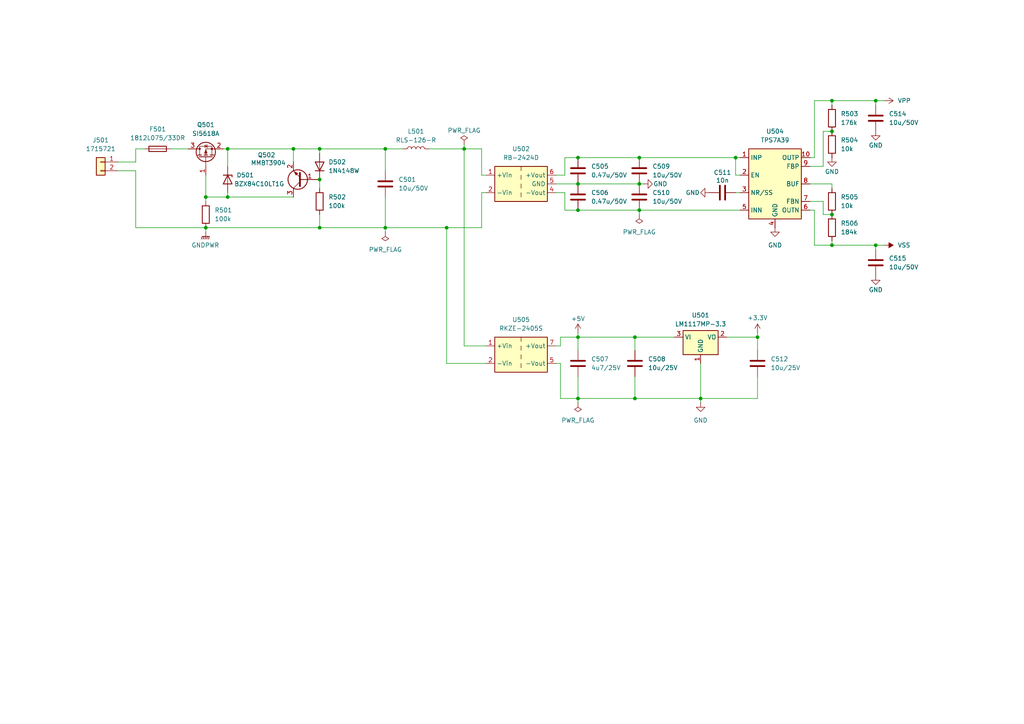
<source format=kicad_sch>
(kicad_sch (version 20231120) (generator "eeschema") (generator_version "8.0")
  (paper "A4")
  (lib_symbols
    (symbol "Connector_Generic:Conn_01x02" (pin_names (offset 1.016) hide)
      (property "Reference" "J" (at 0 2.54 0))
      (property "Value" "Conn_01x02" (at 0 -5.08 0))
      (symbol "Conn_01x02_1_1"
        (rectangle (start -1.27 -2.413) (end 0 -2.667) (stroke (width 0.1524)))
        (rectangle (start -1.27 0.127) (end 0 -0.127) (stroke (width 0.1524)))
        (rectangle (start -1.27 1.27) (end 1.27 -3.81) (stroke (width 0.254)) (fill (type background)))
        (pin passive line (at -5.08 0 0) (length 3.81) (name "Pin_1") (number "1"))
        (pin passive line (at -5.08 -2.54 0) (length 3.81) (name "Pin_2") (number "2"))
      )
    )
    (symbol "Device:C" (pin_numbers hide) (pin_names (offset 0.254))
      (property "Reference" "C" (at 0.635 2.54 0))
      (property "Value" "C" (at 0.635 -2.54 0))
      (symbol "C_0_1"
        (polyline (pts (xy -2.032 -0.762) (xy 2.032 -0.762)) (stroke (width 0.508)))
        (polyline (pts (xy -2.032 0.762) (xy 2.032 0.762)) (stroke (width 0.508)))
      )
      (symbol "C_1_1"
        (pin passive line (at 0 3.81 270) (length 2.794) (name "~") (number "1"))
        (pin passive line (at 0 -3.81 90) (length 2.794) (name "~") (number "2"))
      )
    )
    (symbol "Device:Fuse" (pin_numbers hide) (pin_names (offset 0))
      (property "Reference" "F" (at 2.032 0 90))
      (property "Value" "Fuse" (at -1.905 0 90))
      (symbol "Fuse_0_1"
        (rectangle (start -0.762 -2.54) (end 0.762 2.54) (stroke (width 0.254)))
        (polyline (pts (xy 0 2.54) (xy 0 -2.54)))
      )
      (symbol "Fuse_1_1"
        (pin passive line (at 0 3.81 270) (length 1.27) (name "~") (number "1"))
        (pin passive line (at 0 -3.81 90) (length 1.27) (name "~") (number "2"))
      )
    )
    (symbol "Device:L" (pin_numbers hide) (pin_names (offset 1.016) hide)
      (property "Reference" "L" (at -1.27 0 90))
      (property "Value" "L" (at 1.905 0 90))
      (symbol "L_0_1"
        (arc (start 0 -2.54) (mid 0.6323 -1.905) (end 0 -1.27))
        (arc (start 0 -1.27) (mid 0.6323 -0.635) (end 0 0))
        (arc (start 0 0) (mid 0.6323 0.635) (end 0 1.27))
        (arc (start 0 1.27) (mid 0.6323 1.905) (end 0 2.54))
      )
      (symbol "L_1_1"
        (pin passive line (at 0 3.81 270) (length 1.27) (name "1") (number "1"))
        (pin passive line (at 0 -3.81 90) (length 1.27) (name "2") (number "2"))
      )
    )
    (symbol "Device:Q_PMOS_GSD" (pin_names (offset 0) hide)
      (property "Reference" "Q" (at 5.08 1.27 0))
      (property "Value" "Q_PMOS_GSD" (at 5.08 -1.27 0))
      (symbol "Q_PMOS_GSD_0_1"
        (polyline (pts (xy 0.254 0) (xy -2.54 0)))
        (polyline (pts (xy 0.254 1.905) (xy 0.254 -1.905)) (stroke (width 0.254)))
        (polyline (pts (xy 0.762 -1.27) (xy 0.762 -2.286)) (stroke (width 0.254)))
        (polyline (pts (xy 0.762 0.508) (xy 0.762 -0.508)) (stroke (width 0.254)))
        (polyline (pts (xy 0.762 2.286) (xy 0.762 1.27)) (stroke (width 0.254)))
        (polyline (pts (xy 2.54 2.54) (xy 2.54 1.778)))
        (polyline (pts (xy 2.54 -2.54) (xy 2.54 0) (xy 0.762 0)))
        (polyline (pts (xy 0.762 1.778) (xy 3.302 1.778) (xy 3.302 -1.778) (xy 0.762 -1.778)))
        (polyline (pts (xy 2.286 0) (xy 1.27 0.381) (xy 1.27 -0.381) (xy 2.286 0)) (fill (type outline)))
        (polyline (pts (xy 2.794 -0.508) (xy 2.921 -0.381) (xy 3.683 -0.381) (xy 3.81 -0.254)))
        (polyline (pts (xy 3.302 -0.381) (xy 2.921 0.254) (xy 3.683 0.254) (xy 3.302 -0.381)))
        (circle (center 1.651 0) (radius 2.794) (stroke (width 0.254)))
        (circle (center 2.54 -1.778) (radius 0.254) (fill (type outline)))
        (circle (center 2.54 1.778) (radius 0.254) (fill (type outline)))
      )
      (symbol "Q_PMOS_GSD_1_1"
        (pin input line (at -5.08 0 0) (length 2.54) (name "G") (number "1"))
        (pin passive line (at 2.54 -5.08 90) (length 2.54) (name "S") (number "2"))
        (pin passive line (at 2.54 5.08 270) (length 2.54) (name "D") (number "3"))
      )
    )
    (symbol "Device:R" (pin_numbers hide) (pin_names (offset 0))
      (property "Reference" "R" (at 2.032 0 90))
      (property "Value" "R" (at 0 0 90))
      (symbol "R_0_1"
        (rectangle (start -1.016 -2.54) (end 1.016 2.54) (stroke (width 0.254)))
      )
      (symbol "R_1_1"
        (pin passive line (at 0 3.81 270) (length 1.27) (name "~") (number "1"))
        (pin passive line (at 0 -3.81 90) (length 1.27) (name "~") (number "2"))
      )
    )
    (symbol "Diode:1N4148W" (pin_numbers hide) (pin_names hide)
      (property "Reference" "D" (at 0 2.54 0))
      (property "Value" "1N4148W" (at 0 -2.54 0))
      (symbol "1N4148W_0_1"
        (polyline (pts (xy -1.27 1.27) (xy -1.27 -1.27)) (stroke (width 0.254)))
        (polyline (pts (xy 1.27 0) (xy -1.27 0)))
        (polyline (pts (xy 1.27 1.27) (xy 1.27 -1.27) (xy -1.27 0) (xy 1.27 1.27)) (stroke (width 0.254)))
      )
      (symbol "1N4148W_1_1"
        (pin passive line (at -3.81 0 0) (length 2.54) (name "K") (number "1"))
        (pin passive line (at 3.81 0 180) (length 2.54) (name "A") (number "2"))
      )
    )
    (symbol "Diode:BZX84Cxx" (pin_numbers hide) (pin_names hide)
      (property "Reference" "D" (at 0 3.81 0))
      (property "Value" "BZX84Cxx" (at 0 -3.81 0))
      (symbol "BZX84Cxx_0_1"
        (polyline (pts (xy 1.27 0) (xy -1.27 0)))
        (polyline (pts (xy -1.27 -1.27) (xy -1.27 1.27) (xy -0.762 1.27)) (stroke (width 0.254)))
        (polyline (pts (xy 1.27 -1.27) (xy 1.27 1.27) (xy -1.27 0) (xy 1.27 -1.27)) (stroke (width 0.254)))
      )
      (symbol "BZX84Cxx_1_1"
        (pin passive line (at 3.81 0 180) (length 2.54) (name "A") (number "1"))
        (pin no_connect line (at 1.27 0 180) (length 2.54) hide (name "NC") (number "2"))
        (pin passive line (at -3.81 0 0) (length 2.54) (name "K") (number "3"))
      )
    )
    (symbol "ETH16CDAQ1:RB-2424D"
      (property "Reference" "U" (at -7.62 6.35 0))
      (property "Value" "RB-2424D" (at -3.81 6.35 0))
      (symbol "RB-2424D_0_1"
        (rectangle (start -7.62 5.08) (end 7.62 -5.08) (stroke (width 0.254)) (fill (type background)))
        (polyline (pts (xy 0 -2.54) (xy 0 -3.81)))
        (polyline (pts (xy 0 0) (xy 0 -1.27)))
        (polyline (pts (xy 0 2.54) (xy 0 1.27)))
        (polyline (pts (xy 0 5.08) (xy 0 3.81)))
      )
      (symbol "RB-2424D_1_1"
        (pin power_in line (at -10.16 2.54 0) (length 2.54) (name "+Vin") (number "1"))
        (pin power_in line (at -10.16 -2.54 0) (length 2.54) (name "-Vin") (number "2"))
        (pin passive line (at 10.16 -2.54 180) (length 2.54) (name "-Vout") (number "4"))
        (pin passive line (at 10.16 0 180) (length 2.54) (name "GND") (number "5"))
        (pin power_out line (at 10.16 2.54 180) (length 2.54) (name "+Vout") (number "6"))
      )
    )
    (symbol "ETH16CDAQ1:RKZE-2405S"
      (property "Reference" "U" (at -7.62 6.35 0))
      (property "Value" "RKZE-2405S" (at -3.81 6.35 0))
      (symbol "RKZE-2405S_0_1"
        (rectangle (start -7.62 5.08) (end 7.62 -5.08) (stroke (width 0.254)) (fill (type background)))
        (polyline (pts (xy 0 -2.54) (xy 0 -3.81)))
        (polyline (pts (xy 0 0) (xy 0 -1.27)))
        (polyline (pts (xy 0 2.54) (xy 0 1.27)))
        (polyline (pts (xy 0 5.08) (xy 0 3.81)))
      )
      (symbol "RKZE-2405S_1_1"
        (pin power_in line (at -10.16 2.54 0) (length 2.54) (name "+Vin") (number "1"))
        (pin power_in line (at -10.16 -2.54 0) (length 2.54) (name "-Vin") (number "2"))
        (pin passive line (at 10.16 -2.54 180) (length 2.54) (name "-Vout") (number "5"))
        (pin power_out line (at 10.16 2.54 180) (length 2.54) (name "+Vout") (number "7"))
      )
    )
    (symbol "Regulator_Linear:LM1117MP-3.3"
      (property "Reference" "U" (at -3.81 3.175 0))
      (property "Value" "LM1117MP-3.3" (at 0 3.175 0))
      (symbol "LM1117MP-3.3_0_1"
        (rectangle (start -5.08 -5.08) (end 5.08 1.905) (stroke (width 0.254)) (fill (type background)))
      )
      (symbol "LM1117MP-3.3_1_1"
        (pin power_in line (at 0 -7.62 90) (length 2.54) (name "GND") (number "1"))
        (pin power_out line (at 7.62 0 180) (length 2.54) (name "VO") (number "2"))
        (pin power_in line (at -7.62 0 0) (length 2.54) (name "VI") (number "3"))
      )
    )
    (symbol "Regulator_Linear:TPS7A39"
      (property "Reference" "U" (at 0 13.97 0))
      (property "Value" "TPS7A39" (at 0 11.43 0))
      (symbol "TPS7A39_1_1"
        (rectangle (start -7.62 10.16) (end 7.62 -10.16) (stroke (width 0.254)) (fill (type background)))
        (pin power_in line (at -10.16 7.62 0) (length 2.54) (name "INP") (number "1"))
        (pin power_out line (at 10.16 7.62 180) (length 2.54) (name "OUTP") (number "10"))
        (pin passive line (at 0 -12.7 90) (length 2.54) hide (name "GND") (number "11"))
        (pin input line (at -10.16 2.54 0) (length 2.54) (name "EN") (number "2"))
        (pin passive line (at -10.16 -2.54 0) (length 2.54) (name "NR/SS") (number "3"))
        (pin power_in line (at 0 -12.7 90) (length 2.54) (name "GND") (number "4"))
        (pin power_in line (at -10.16 -7.62 0) (length 2.54) (name "INN") (number "5"))
        (pin power_out line (at 10.16 -7.62 180) (length 2.54) (name "OUTN") (number "6"))
        (pin input line (at 10.16 -5.08 180) (length 2.54) (name "FBN") (number "7"))
        (pin output line (at 10.16 0 180) (length 2.54) (name "BUF") (number "8"))
        (pin input line (at 10.16 5.08 180) (length 2.54) (name "FBP") (number "9"))
      )
    )
    (symbol "Transistor_BJT:MMBT3904" (pin_names (offset 0) hide)
      (property "Reference" "Q" (at 5.08 1.905 0))
      (property "Value" "MMBT3904" (at 5.08 0 0))
      (symbol "MMBT3904_0_1"
        (polyline (pts (xy 0.635 0.635) (xy 2.54 2.54)))
        (polyline (pts (xy 0.635 -0.635) (xy 2.54 -2.54) (xy 2.54 -2.54)))
        (polyline (pts (xy 0.635 1.905) (xy 0.635 -1.905) (xy 0.635 -1.905)) (stroke (width 0.508)))
        (polyline (pts (xy 1.27 -1.778) (xy 1.778 -1.27) (xy 2.286 -2.286) (xy 1.27 -1.778) (xy 1.27 -1.778)) (fill (type outline)))
        (circle (center 1.27 0) (radius 2.8194) (stroke (width 0.254)))
      )
      (symbol "MMBT3904_1_1"
        (pin input line (at -5.08 0 0) (length 5.715) (name "B") (number "1"))
        (pin passive line (at 2.54 -5.08 90) (length 2.54) (name "E") (number "2"))
        (pin passive line (at 2.54 5.08 270) (length 2.54) (name "C") (number "3"))
      )
    )
    (symbol "power:+3.3V" (power) (pin_numbers hide) (pin_names (offset 0) hide)
      (property "Value" "+3.3V" (at 0 3.556 0))
      (symbol "+3.3V_0_1"
        (polyline (pts (xy -0.762 1.27) (xy 0 2.54)))
        (polyline (pts (xy 0 0) (xy 0 2.54)))
        (polyline (pts (xy 0 2.54) (xy 0.762 1.27)))
      )
      (symbol "+3.3V_1_1"
        (pin power_in line (at 0 0 90) (length 0) (name "~") (number "1"))
      )
    )
    (symbol "power:+5V" (power) (pin_numbers hide) (pin_names (offset 0) hide)
      (property "Value" "+5V" (at 0 3.556 0))
      (symbol "+5V_0_1"
        (polyline (pts (xy -0.762 1.27) (xy 0 2.54)))
        (polyline (pts (xy 0 0) (xy 0 2.54)))
        (polyline (pts (xy 0 2.54) (xy 0.762 1.27)))
      )
      (symbol "+5V_1_1"
        (pin power_in line (at 0 0 90) (length 0) (name "~") (number "1"))
      )
    )
    (symbol "power:GND" (power) (pin_numbers hide) (pin_names (offset 0) hide)
      (property "Value" "GND" (at 0 -3.81 0))
      (symbol "GND_0_1"
        (polyline (pts (xy 0 0) (xy 0 -1.27) (xy 1.27 -1.27) (xy 0 -2.54) (xy -1.27 -1.27) (xy 0 -1.27)))
      )
      (symbol "GND_1_1"
        (pin power_in line (at 0 0 270) (length 0) (name "~") (number "1"))
      )
    )
    (symbol "power:GNDPWR" (power) (pin_numbers hide) (pin_names (offset 0) hide)
      (property "Value" "GNDPWR" (at 0 -3.302 0))
      (symbol "GNDPWR_0_1"
        (polyline (pts (xy 0 -1.27) (xy 0 0)))
        (polyline (pts (xy -1.016 -1.27) (xy -1.27 -2.032) (xy -1.27 -2.032)) (stroke (width 0.2032)))
        (polyline (pts (xy -0.508 -1.27) (xy -0.762 -2.032) (xy -0.762 -2.032)) (stroke (width 0.2032)))
        (polyline (pts (xy 0 -1.27) (xy -0.254 -2.032) (xy -0.254 -2.032)) (stroke (width 0.2032)))
        (polyline (pts (xy 0.508 -1.27) (xy 0.254 -2.032) (xy 0.254 -2.032)) (stroke (width 0.2032)))
        (polyline (pts (xy 1.016 -1.27) (xy -1.016 -1.27) (xy -1.016 -1.27)) (stroke (width 0.2032)))
        (polyline (pts (xy 1.016 -1.27) (xy 0.762 -2.032) (xy 0.762 -2.032) (xy 0.762 -2.032)) (stroke (width 0.2032)))
      )
      (symbol "GNDPWR_1_1"
        (pin power_in line (at 0 0 270) (length 0) (name "~") (number "1"))
      )
    )
    (symbol "power:PWR_FLAG" (power) (pin_numbers hide) (pin_names (offset 0) hide)
      (property "Value" "PWR_FLAG" (at 0 3.81 0))
      (symbol "PWR_FLAG_0_0"
        (pin power_out line (at 0 0 90) (length 0) (name "~") (number "1"))
      )
      (symbol "PWR_FLAG_0_1"
        (polyline (pts (xy 0 0) (xy 0 1.27) (xy -1.016 1.905) (xy 0 2.54) (xy 1.016 1.905) (xy 0 1.27)))
      )
    )
    (symbol "power:VPP" (power) (pin_numbers hide) (pin_names (offset 0) hide)
      (property "Value" "VPP" (at 0 3.556 0))
      (symbol "VPP_0_1"
        (polyline (pts (xy -0.762 1.27) (xy 0 2.54)))
        (polyline (pts (xy 0 0) (xy 0 2.54)))
        (polyline (pts (xy 0 2.54) (xy 0.762 1.27)))
      )
      (symbol "VPP_1_1"
        (pin power_in line (at 0 0 90) (length 0) (name "~") (number "1"))
      )
    )
    (symbol "power:VSS" (power) (pin_numbers hide) (pin_names (offset 0) hide)
      (property "Value" "VSS" (at 0 3.556 0))
      (symbol "VSS_0_1"
        (polyline (pts (xy 0 0) (xy 0 2.54)))
        (polyline (pts (xy 0.762 1.27) (xy -0.762 1.27) (xy 0 2.54) (xy 0.762 1.27)) (fill (type outline)))
      )
      (symbol "VSS_1_1"
        (pin power_in line (at 0 0 90) (length 0) (name "~") (number "1"))
      )
    )
  )
  (junction (at 241.3 38.1))
  (junction (at 167.64 45.72))
  (junction (at 167.64 115.57))
  (junction (at 213.36 45.72))
  (junction (at 185.42 53.34))
  (junction (at 185.42 45.72))
  (junction (at 254 29.21))
  (junction (at 85.09 43.18))
  (junction (at 219.71 97.79))
  (junction (at 134.62 43.18))
  (junction (at 241.3 62.23))
  (junction (at 92.71 66.04))
  (junction (at 203.2 115.57))
  (junction (at 66.04 57.15))
  (junction (at 167.64 53.34))
  (junction (at 129.54 66.04))
  (junction (at 184.15 97.79))
  (junction (at 241.3 71.12))
  (junction (at 185.42 60.96))
  (junction (at 167.64 60.96))
  (junction (at 241.3 29.21))
  (junction (at 254 71.12))
  (junction (at 92.71 52.07))
  (junction (at 66.04 43.18))
  (junction (at 59.69 57.15))
  (junction (at 111.76 66.04))
  (junction (at 59.69 66.04))
  (junction (at 167.64 97.79))
  (junction (at 184.15 115.57))
  (junction (at 92.71 43.18))
  (junction (at 111.76 43.18))
  (wire (pts (xy 161.29 50.8) (xy 163.83 50.8)))
  (wire (pts (xy 167.64 97.79) (xy 184.15 97.79)))
  (wire (pts (xy 39.37 49.53) (xy 34.29 49.53)))
  (wire (pts (xy 236.22 60.96) (xy 236.22 71.12)))
  (wire (pts (xy 140.97 55.88) (xy 139.7 55.88)))
  (wire (pts (xy 234.95 45.72) (xy 236.22 45.72)))
  (wire (pts (xy 203.2 115.57) (xy 219.71 115.57)))
  (wire (pts (xy 234.95 60.96) (xy 236.22 60.96)))
  (wire (pts (xy 184.15 109.22) (xy 184.15 115.57)))
  (wire (pts (xy 219.71 97.79) (xy 219.71 101.6)))
  (wire (pts (xy 167.64 97.79) (xy 162.56 97.79)))
  (wire (pts (xy 238.76 62.23) (xy 241.3 62.23)))
  (wire (pts (xy 129.54 105.41) (xy 129.54 66.04)))
  (wire (pts (xy 59.69 66.04) (xy 92.71 66.04)))
  (wire (pts (xy 219.71 96.52) (xy 219.71 97.79)))
  (wire (pts (xy 184.15 97.79) (xy 195.58 97.79)))
  (wire (pts (xy 213.36 50.8) (xy 213.36 45.72)))
  (wire (pts (xy 92.71 62.23) (xy 92.71 66.04)))
  (wire (pts (xy 167.64 115.57) (xy 184.15 115.57)))
  (wire (pts (xy 39.37 49.53) (xy 39.37 66.04)))
  (wire (pts (xy 238.76 58.42) (xy 238.76 62.23)))
  (wire (pts (xy 161.29 53.34) (xy 167.64 53.34)))
  (wire (pts (xy 162.56 100.33) (xy 161.29 100.33)))
  (wire (pts (xy 163.83 45.72) (xy 167.64 45.72)))
  (wire (pts (xy 129.54 105.41) (xy 140.97 105.41)))
  (wire (pts (xy 59.69 66.04) (xy 59.69 67.31)))
  (wire (pts (xy 49.53 43.18) (xy 54.61 43.18)))
  (wire (pts (xy 213.36 55.88) (xy 214.63 55.88)))
  (wire (pts (xy 85.09 43.18) (xy 92.71 43.18)))
  (wire (pts (xy 111.76 57.15) (xy 111.76 66.04)))
  (wire (pts (xy 139.7 55.88) (xy 139.7 66.04)))
  (wire (pts (xy 167.64 60.96) (xy 185.42 60.96)))
  (wire (pts (xy 66.04 57.15) (xy 59.69 57.15)))
  (wire (pts (xy 254 71.12) (xy 256.54 71.12)))
  (wire (pts (xy 66.04 55.88) (xy 66.04 57.15)))
  (wire (pts (xy 213.36 45.72) (xy 214.63 45.72)))
  (wire (pts (xy 92.71 52.07) (xy 92.71 54.61)))
  (wire (pts (xy 139.7 66.04) (xy 129.54 66.04)))
  (wire (pts (xy 254 71.12) (xy 254 72.39)))
  (wire (pts (xy 236.22 45.72) (xy 236.22 29.21)))
  (wire (pts (xy 167.64 115.57) (xy 167.64 116.84)))
  (wire (pts (xy 236.22 29.21) (xy 241.3 29.21)))
  (wire (pts (xy 64.77 43.18) (xy 66.04 43.18)))
  (wire (pts (xy 111.76 43.18) (xy 116.84 43.18)))
  (wire (pts (xy 185.42 45.72) (xy 213.36 45.72)))
  (wire (pts (xy 219.71 109.22) (xy 219.71 115.57)))
  (wire (pts (xy 185.42 60.96) (xy 214.63 60.96)))
  (wire (pts (xy 92.71 43.18) (xy 92.71 44.45)))
  (wire (pts (xy 66.04 57.15) (xy 85.09 57.15)))
  (wire (pts (xy 241.3 54.61) (xy 241.3 53.34)))
  (wire (pts (xy 134.62 41.91) (xy 134.62 43.18)))
  (wire (pts (xy 39.37 66.04) (xy 59.69 66.04)))
  (wire (pts (xy 214.63 50.8) (xy 213.36 50.8)))
  (wire (pts (xy 234.95 48.26) (xy 238.76 48.26)))
  (wire (pts (xy 162.56 97.79) (xy 162.56 100.33)))
  (wire (pts (xy 167.64 101.6) (xy 167.64 97.79)))
  (wire (pts (xy 234.95 58.42) (xy 238.76 58.42)))
  (wire (pts (xy 219.71 97.79) (xy 210.82 97.79)))
  (wire (pts (xy 185.42 60.96) (xy 185.42 62.23)))
  (wire (pts (xy 241.3 69.85) (xy 241.3 71.12)))
  (wire (pts (xy 167.64 109.22) (xy 167.64 115.57)))
  (wire (pts (xy 167.64 60.96) (xy 163.83 60.96)))
  (wire (pts (xy 161.29 55.88) (xy 163.83 55.88)))
  (wire (pts (xy 139.7 50.8) (xy 140.97 50.8)))
  (wire (pts (xy 203.2 105.41) (xy 203.2 115.57)))
  (wire (pts (xy 234.95 53.34) (xy 241.3 53.34)))
  (wire (pts (xy 134.62 100.33) (xy 140.97 100.33)))
  (wire (pts (xy 241.3 29.21) (xy 241.3 30.48)))
  (wire (pts (xy 238.76 38.1) (xy 241.3 38.1)))
  (wire (pts (xy 203.2 115.57) (xy 184.15 115.57)))
  (wire (pts (xy 203.2 115.57) (xy 203.2 116.84)))
  (wire (pts (xy 66.04 43.18) (xy 66.04 48.26)))
  (wire (pts (xy 111.76 66.04) (xy 92.71 66.04)))
  (wire (pts (xy 111.76 66.04) (xy 129.54 66.04)))
  (wire (pts (xy 134.62 43.18) (xy 139.7 43.18)))
  (wire (pts (xy 236.22 71.12) (xy 241.3 71.12)))
  (wire (pts (xy 59.69 57.15) (xy 59.69 58.42)))
  (wire (pts (xy 124.46 43.18) (xy 134.62 43.18)))
  (wire (pts (xy 92.71 43.18) (xy 111.76 43.18)))
  (wire (pts (xy 163.83 50.8) (xy 163.83 45.72)))
  (wire (pts (xy 85.09 43.18) (xy 85.09 46.99)))
  (wire (pts (xy 111.76 43.18) (xy 111.76 49.53)))
  (wire (pts (xy 167.64 53.34) (xy 185.42 53.34)))
  (wire (pts (xy 134.62 100.33) (xy 134.62 43.18)))
  (wire (pts (xy 254 29.21) (xy 256.54 29.21)))
  (wire (pts (xy 66.04 43.18) (xy 85.09 43.18)))
  (wire (pts (xy 167.64 96.52) (xy 167.64 97.79)))
  (wire (pts (xy 241.3 71.12) (xy 254 71.12)))
  (wire (pts (xy 39.37 46.99) (xy 39.37 43.18)))
  (wire (pts (xy 185.42 53.34) (xy 186.69 53.34)))
  (wire (pts (xy 34.29 46.99) (xy 39.37 46.99)))
  (wire (pts (xy 59.69 50.8) (xy 59.69 57.15)))
  (wire (pts (xy 167.64 45.72) (xy 185.42 45.72)))
  (wire (pts (xy 163.83 60.96) (xy 163.83 55.88)))
  (wire (pts (xy 184.15 97.79) (xy 184.15 101.6)))
  (wire (pts (xy 162.56 115.57) (xy 167.64 115.57)))
  (wire (pts (xy 241.3 29.21) (xy 254 29.21)))
  (wire (pts (xy 111.76 66.04) (xy 111.76 67.31)))
  (wire (pts (xy 161.29 105.41) (xy 162.56 105.41)))
  (wire (pts (xy 39.37 43.18) (xy 41.91 43.18)))
  (wire (pts (xy 162.56 105.41) (xy 162.56 115.57)))
  (wire (pts (xy 254 29.21) (xy 254 30.48)))
  (wire (pts (xy 238.76 48.26) (xy 238.76 38.1)))
  (wire (pts (xy 139.7 43.18) (xy 139.7 50.8)))
  (symbol (lib_id "power:PWR_FLAG") (at 111.76 67.31 180) (unit 1)
    (property "Reference" "#FLG0504" (effects (hide yes)))
    (property "Value" "PWR_FLAG" (at 111.76 72.39 0))
    (property "Description" "Special symbol for telling ERC where power comes from" (effects (hide yes)))
  )
  (symbol (lib_id "power:GND") (at 254 38.1 0) (unit 1)
    (property "Reference" "#PWR0508" (effects (hide yes)))
    (property "Value" "GND" (at 254 42.164 0))
    (property "Description" "Power symbol creates a global label with name \"GND\" , ground" (effects (hide yes)))
  )
  (symbol (lib_id "Device:C") (at 254 34.29 0) (unit 1)
    (property "Reference" "C514" (at 257.81 33.0199 0) (effects (justify left)))
    (property "Value" "10u/50V" (at 257.81 35.5599 0) (effects (justify left)))
    (property "Footprint" "Capacitor_SMD:C_1206_3216Metric_Pad1.33x1.80mm_HandSolder" (effects (hide yes)))
    (property "Description" "Unpolarized capacitor" (effects (hide yes)))
  )
  (symbol (lib_id "power:GND") (at 254 80.01 0) (unit 1)
    (property "Reference" "#PWR0509" (effects (hide yes)))
    (property "Value" "GND" (at 254 84.074 0))
    (property "Description" "Power symbol creates a global label with name \"GND\" , ground" (effects (hide yes)))
  )
  (symbol (lib_id "Regulator_Linear:LM1117MP-3.3") (at 203.2 97.79 0) (unit 1)
    (property "Reference" "U501" (at 203.2 91.44 0))
    (property "Value" "LM1117MP-3.3" (at 203.2 93.98 0))
    (property "Footprint" "Package_TO_SOT_SMD:SOT-223-3_TabPin2" (effects (hide yes)))
    (property "Datasheet" "http://www.ti.com/lit/ds/symlink/lm1117.pdf" (effects (hide yes)))
    (property "Description" "800mA Low-Dropout Linear Regulator, 3.3V fixed output, SOT-223" (effects (hide yes)))
  )
  (symbol (lib_id "power:+3.3V") (at 219.71 96.52 0) (unit 1)
    (property "Reference" "#PWR0506" (effects (hide yes)))
    (property "Value" "+3.3V" (at 219.71 92.202 0))
    (property "Description" "Power symbol creates a global label with name \"+3.3V\"" (effects (hide yes)))
  )
  (symbol (lib_id "Device:C") (at 167.64 105.41 0) (unit 1)
    (property "Reference" "C507" (at 171.45 104.1399 0) (effects (justify left)))
    (property "Value" "4u7/25V" (at 171.45 106.6799 0) (effects (justify left)))
    (property "Footprint" "Capacitor_SMD:C_1206_3216Metric_Pad1.33x1.80mm_HandSolder" (effects (hide yes)))
    (property "Description" "Unpolarized capacitor" (effects (hide yes)))
  )
  (symbol (lib_id "power:VPP") (at 256.54 29.21 270) (unit 1)
    (property "Reference" "#PWR0510" (effects (hide yes)))
    (property "Value" "VPP" (at 260.35 29.2099 90) (effects (justify left)))
    (property "Description" "Power symbol creates a global label with name \"VPP\"" (effects (hide yes)))
  )
  (symbol (lib_id "Device:L") (at 120.65 43.18 90) (unit 1)
    (property "Reference" "L501" (at 120.65 38.1 90))
    (property "Value" "RLS-126-R" (at 120.65 40.64 90))
    (property "Footprint" "ETH16CDAQ1:IND_RLS-126-R" (effects (hide yes)))
    (property "Description" "Inductor" (effects (hide yes)))
  )
  (symbol (lib_id "Device:R") (at 241.3 58.42 0) (unit 1)
    (property "Reference" "R505" (at 243.84 57.1499 0) (effects (justify left)))
    (property "Value" "10k" (at 243.84 59.6899 0) (effects (justify left)))
    (property "Footprint" "Resistor_SMD:R_0603_1608Metric_Pad0.98x0.95mm_HandSolder" (effects (hide yes)))
    (property "Description" "Resistor" (effects (hide yes)))
  )
  (symbol (lib_id "power:GND") (at 186.69 53.34 90) (unit 1)
    (property "Reference" "#PWR0501" (effects (hide yes)))
    (property "Value" "GND" (at 189.484 53.34 90) (effects (justify right)))
    (property "Description" "Power symbol creates a global label with name \"GND\" , ground" (effects (hide yes)))
  )
  (symbol (lib_id "Device:C") (at 111.76 53.34 0) (unit 1)
    (property "Reference" "C501" (at 115.57 52.0699 0) (effects (justify left)))
    (property "Value" "10u/50V" (at 115.57 54.6099 0) (effects (justify left)))
    (property "Footprint" "Capacitor_SMD:C_1206_3216Metric_Pad1.33x1.80mm_HandSolder" (effects (hide yes)))
    (property "Description" "Unpolarized capacitor" (effects (hide yes)))
  )
  (symbol (lib_id "Device:R") (at 59.69 62.23 0) (unit 1)
    (property "Reference" "R501" (at 62.23 60.96 0) (effects (justify left)))
    (property "Value" "100k" (at 62.23 63.5 0) (effects (justify left)))
    (property "Footprint" "Resistor_SMD:R_0603_1608Metric_Pad0.98x0.95mm_HandSolder" (effects (hide yes)))
    (instances (project "ETH16CDAQ1" (path "" (reference "R501") (unit 1))) (project "ETH1HMSR-SMS" (path "" (reference "R201") (unit 1))) (project "ETH1ACPL-C79x" (path "" (reference "R301") (unit 1))) (project "ETH1IRCAM1" (path "" (reference "R202") (unit 1))))
  )
  (symbol (lib_id "Device:C") (at 185.42 57.15 0) (unit 1)
    (property "Reference" "C510" (at 189.23 55.8799 0) (effects (justify left)))
    (property "Value" "10u/50V" (at 189.23 58.4199 0) (effects (justify left)))
    (property "Footprint" "Capacitor_SMD:C_1206_3216Metric_Pad1.33x1.80mm_HandSolder" (effects (hide yes)))
    (property "Description" "Unpolarized capacitor" (effects (hide yes)))
  )
  (symbol (lib_id "Regulator_Linear:TPS7A39") (at 224.79 53.34 0) (unit 1)
    (property "Reference" "U504" (at 224.79 38.1 0))
    (property "Value" "TPS7A39" (at 224.79 40.64 0))
    (property "Footprint" "Package_SON:Texas_S-PVSON-N10_ThermalVias" (effects (hide yes)))
    (property "Datasheet" "https://www.ti.com/lit/ds/symlink/tps7a39.pdf" (effects (hide yes)))
    (property "Description" "Dual, 150-mA, +/-3.3V to +/-33V Input, +1.2V to +30V and -30V to 0V Output, Wide VIN Positive and Negative LDO Voltage Regulator, 3x3mm WSON-10 package" (effects (hide yes)))
  )
  (symbol (lib_id "power:VSS") (at 256.54 71.12 270) (unit 1)
    (property "Reference" "#PWR0511" (effects (hide yes)))
    (property "Value" "VSS" (at 260.35 71.1199 90) (effects (justify left)))
    (property "Description" "Power symbol creates a global label with name \"VSS\"" (effects (hide yes)))
  )
  (symbol (lib_id "Device:Fuse") (at 45.72 43.18 90) (unit 1)
    (property "Reference" "F501" (at 45.72 37.465 90))
    (property "Value" "1812L075/33DR" (at 45.72 40.005 90))
    (property "Footprint" "Fuse:Fuse_1812_4532Metric_Pad1.30x3.40mm_HandSolder" (effects (hide yes)))
    (instances (project "ETH16CDAQ1" (path "" (reference "F501") (unit 1))) (project "ETH1HMSR-SMS" (path "" (reference "F201") (unit 1))) (project "ETH1ACPL-C79x" (path "" (reference "F301") (unit 1))) (project "ETH1IRCAM1" (path "" (reference "F201") (unit 1))))
  )
  (symbol (lib_id "Diode:BZX84Cxx") (at 66.04 52.07 270) (unit 1)
    (property "Reference" "D501" (at 68.58 50.8 90) (effects (justify left)))
    (property "Value" "BZX84C10LT1G" (at 67.945 53.34 90) (effects (justify left)))
    (property "Footprint" "Package_TO_SOT_SMD:SOT-23" (effects (hide yes)))
    (property "Datasheet" "https://diotec.com/tl_files/diotec/files/pdf/datasheets/bzx84c2v4.pdf" (effects (hide yes)))
    (instances (project "ETH16CDAQ1" (path "" (reference "D501") (unit 1))) (project "ETH1HMSR-SMS" (path "" (reference "D201") (unit 1))) (project "ETH1ACPL-C79x" (path "" (reference "D301") (unit 1))) (project "ETH1IRCAM1" (path "" (reference "D201") (unit 1))))
  )
  (symbol (lib_id "Device:Q_PMOS_GSD") (at 59.69 45.72 90) (unit 1)
    (property "Reference" "Q501" (at 59.69 36.195 90))
    (property "Value" "SI5618A" (at 59.69 38.735 90))
    (property "Footprint" "Package_TO_SOT_SMD:SOT-23" (effects (hide yes)))
    (instances (project "ETH16CDAQ1" (path "" (reference "Q501") (unit 1))) (project "ETH1HMSR-SMS" (path "" (reference "Q201") (unit 1))) (project "ETH1ACPL-C79x" (path "" (reference "Q301") (unit 1))) (project "ETH1IRCAM1" (path "" (reference "Q201") (unit 1))))
  )
  (symbol (lib_id "ETH16CDAQ1:RKZE-2405S") (at 151.13 102.87 0) (unit 1)
    (property "Reference" "U505" (at 151.13 92.71 0))
    (property "Value" "RKZE-2405S" (at 151.13 95.25 0))
    (property "Footprint" "ETH16CDAQ1:CONV_RKZE-2405S" (effects (hide yes)))
    (property "Description" "2W DC/DC converter unregulated, SIL" (effects (hide yes)))
  )
  (symbol (lib_id "Transistor_BJT:MMBT3904") (at 87.63 52.07 180) (unit 1)
    (property "Reference" "Q502" (at 79.883 44.958 0) (effects (justify left)))
    (property "Value" "MMBT3904" (at 82.931 47.244 0) (effects (justify left)))
    (property "Footprint" "Package_TO_SOT_SMD:SOT-23" (effects (hide yes)))
    (property "Datasheet" "https://www.onsemi.com/pdf/datasheet/pzt3904-d.pdf" (effects (hide yes)))
    (instances (project "ETH16CDAQ1" (path "" (reference "Q502") (unit 1))) (project "ETH1HMSR-SMS" (path "" (reference "Q202") (unit 1))) (project "ETH1ACPL-C79x" (path "" (reference "Q302") (unit 1))) (project "ETH1IRCAM1" (path "" (reference "Q202") (unit 1))))
  )
  (symbol (lib_id "Device:R") (at 241.3 41.91 0) (unit 1)
    (property "Reference" "R504" (at 243.84 40.6399 0) (effects (justify left)))
    (property "Value" "10k" (at 243.84 43.1799 0) (effects (justify left)))
    (property "Footprint" "Resistor_SMD:R_0603_1608Metric_Pad0.98x0.95mm_HandSolder" (effects (hide yes)))
    (property "Description" "Resistor" (effects (hide yes)))
  )
  (symbol (lib_id "Device:R") (at 241.3 34.29 0) (unit 1)
    (property "Reference" "R503" (at 243.84 33.0199 0) (effects (justify left)))
    (property "Value" "176k" (at 243.84 35.5599 0) (effects (justify left)))
    (property "Footprint" "Resistor_SMD:R_0603_1608Metric_Pad0.98x0.95mm_HandSolder" (effects (hide yes)))
    (property "Description" "Resistor" (effects (hide yes)))
  )
  (symbol (lib_id "Device:R") (at 92.71 58.42 0) (unit 1)
    (property "Reference" "R502" (at 95.25 57.15 0) (effects (justify left)))
    (property "Value" "100k" (at 95.25 59.69 0) (effects (justify left)))
    (property "Footprint" "Resistor_SMD:R_0603_1608Metric_Pad0.98x0.95mm_HandSolder" (effects (hide yes)))
    (instances (project "ETH16CDAQ1" (path "" (reference "R502") (unit 1))) (project "ETH1HMSR-SMS" (path "" (reference "R202") (unit 1))) (project "ETH1ACPL-C79x" (path "" (reference "R302") (unit 1))) (project "ETH1IRCAM1" (path "" (reference "R203") (unit 1))))
  )
  (symbol (lib_id "Connector_Generic:Conn_01x02") (at 29.21 46.99 0) (mirror y) (unit 1)
    (property "Reference" "J501" (at 29.21 40.64 0))
    (property "Value" "1715721" (at 29.21 43.18 0))
    (property "Footprint" "TerminalBlock_Phoenix:TerminalBlock_Phoenix_MKDS-1,5-2_1x02_P5.00mm_Horizontal" (effects (hide yes)))
    (instances (project "ETH16CDAQ1" (path "" (reference "J501") (unit 1))) (project "ETH1HMSR-SMS" (path "" (reference "J201") (unit 1))) (project "ETH1ACPL-C79x" (path "" (reference "J301") (unit 1))) (project "ETH1IRCAM1" (path "" (reference "J201") (unit 1))))
  )
  (symbol (lib_id "power:PWR_FLAG") (at 167.64 116.84 180) (unit 1)
    (property "Reference" "#FLG0501" (effects (hide yes)))
    (property "Value" "PWR_FLAG" (at 167.64 121.92 0))
    (property "Description" "Special symbol for telling ERC where power comes from" (effects (hide yes)))
  )
  (symbol (lib_id "Device:C") (at 254 76.2 0) (unit 1)
    (property "Reference" "C515" (at 257.81 74.9299 0) (effects (justify left)))
    (property "Value" "10u/50V" (at 257.81 77.4699 0) (effects (justify left)))
    (property "Footprint" "Capacitor_SMD:C_1206_3216Metric_Pad1.33x1.80mm_HandSolder" (effects (hide yes)))
    (property "Description" "Unpolarized capacitor" (effects (hide yes)))
  )
  (symbol (lib_id "power:+5V") (at 167.64 96.52 0) (unit 1)
    (property "Reference" "#PWR0504" (effects (hide yes)))
    (property "Value" "+5V" (at 165.608 92.456 0) (effects (justify left)))
    (property "Description" "Power symbol creates a global label with name \"+5V\"" (effects (hide yes)))
  )
  (symbol (lib_id "Device:C") (at 219.71 105.41 0) (unit 1)
    (property "Reference" "C512" (at 223.52 104.1399 0) (effects (justify left)))
    (property "Value" "10u/25V" (at 223.52 106.6799 0) (effects (justify left)))
    (property "Footprint" "Capacitor_SMD:C_1206_3216Metric_Pad1.33x1.80mm_HandSolder" (effects (hide yes)))
    (property "Description" "Unpolarized capacitor" (effects (hide yes)))
  )
  (symbol (lib_id "Device:C") (at 167.64 57.15 0) (unit 1)
    (property "Reference" "C506" (at 171.45 55.8799 0) (effects (justify left)))
    (property "Value" "0.47u/50V" (at 171.45 58.4199 0) (effects (justify left)))
    (property "Footprint" "Capacitor_SMD:C_1206_3216Metric_Pad1.33x1.80mm_HandSolder" (effects (hide yes)))
    (property "Description" "Unpolarized capacitor" (effects (hide yes)))
  )
  (symbol (lib_id "Device:C") (at 167.64 49.53 0) (unit 1)
    (property "Reference" "C505" (at 171.45 48.2599 0) (effects (justify left)))
    (property "Value" "0.47u/50V" (at 171.45 50.7999 0) (effects (justify left)))
    (property "Footprint" "Capacitor_SMD:C_1206_3216Metric_Pad1.33x1.80mm_HandSolder" (effects (hide yes)))
    (property "Description" "Unpolarized capacitor" (effects (hide yes)))
  )
  (symbol (lib_id "ETH16CDAQ1:RB-2424D") (at 151.13 53.34 0) (unit 1)
    (property "Reference" "U502" (at 151.13 43.18 0))
    (property "Value" "RB-2424D" (at 151.13 45.72 0))
    (property "Footprint" "ETH16CDAQ1:CONV_RB-2424D" (effects (hide yes)))
    (property "Description" "2W DC/DC converter unregulated, SIL" (effects (hide yes)))
  )
  (symbol (lib_id "power:GNDPWR") (at 59.69 67.31 0) (unit 1)
    (property "Reference" "#PWR0512" (effects (hide yes)))
    (property "Value" "GNDPWR" (at 59.563 71.12 0))
    (property "Description" "Power symbol creates a global label with name \"GNDPWR\" , global ground" (effects (hide yes)))
  )
  (symbol (lib_id "Device:R") (at 241.3 66.04 0) (unit 1)
    (property "Reference" "R506" (at 243.84 64.7699 0) (effects (justify left)))
    (property "Value" "184k" (at 243.84 67.3099 0) (effects (justify left)))
    (property "Footprint" "Resistor_SMD:R_0603_1608Metric_Pad0.98x0.95mm_HandSolder" (effects (hide yes)))
    (property "Description" "Resistor" (effects (hide yes)))
  )
  (symbol (lib_id "power:GND") (at 224.79 66.04 0) (unit 1)
    (property "Reference" "#PWR0505" (effects (hide yes)))
    (property "Value" "GND" (at 224.79 71.12 0))
    (property "Description" "Power symbol creates a global label with name \"GND\" , ground" (effects (hide yes)))
  )
  (symbol (lib_id "power:PWR_FLAG") (at 134.62 41.91 0) (unit 1)
    (property "Reference" "#FLG0502" (effects (hide yes)))
    (property "Value" "PWR_FLAG" (at 134.62 37.846 0))
    (property "Description" "Special symbol for telling ERC where power comes from" (effects (hide yes)))
  )
  (symbol (lib_id "Device:C") (at 185.42 49.53 0) (unit 1)
    (property "Reference" "C509" (at 189.23 48.2599 0) (effects (justify left)))
    (property "Value" "10u/50V" (at 189.23 50.7999 0) (effects (justify left)))
    (property "Footprint" "Capacitor_SMD:C_1206_3216Metric_Pad1.33x1.80mm_HandSolder" (effects (hide yes)))
    (property "Description" "Unpolarized capacitor" (effects (hide yes)))
  )
  (symbol (lib_id "power:GND") (at 241.3 45.72 0) (unit 1)
    (property "Reference" "#PWR0507" (effects (hide yes)))
    (property "Value" "GND" (at 241.3 49.784 0))
    (property "Description" "Power symbol creates a global label with name \"GND\" , ground" (effects (hide yes)))
  )
  (symbol (lib_id "power:GND") (at 205.74 55.88 270) (unit 1)
    (property "Reference" "#PWR0502" (effects (hide yes)))
    (property "Value" "GND" (at 202.946 55.88 90) (effects (justify right)))
    (property "Description" "Power symbol creates a global label with name \"GND\" , ground" (effects (hide yes)))
  )
  (symbol (lib_id "power:GND") (at 203.2 116.84 0) (unit 1)
    (property "Reference" "#PWR0503" (effects (hide yes)))
    (property "Value" "GND" (at 203.2 121.92 0))
    (property "Description" "Power symbol creates a global label with name \"GND\" , ground" (effects (hide yes)))
  )
  (symbol (lib_id "Diode:1N4148W") (at 92.71 48.26 90) (unit 1)
    (property "Reference" "D502" (at 95.25 46.99 90) (effects (justify right)))
    (property "Value" "1N4148W" (at 95.25 49.53 90) (effects (justify right)))
    (property "Footprint" "Diode_SMD:D_SOD-123" (effects (hide yes)))
    (property "Datasheet" "https://www.vishay.com/docs/85748/1n4148w.pdf" (effects (hide yes)))
    (property "Sim.Device" "D" (effects (hide yes)))
    (property "Sim.Pins" "1=K 2=A" (effects (hide yes)))
    (instances (project "ETH16CDAQ1" (path "" (reference "D502") (unit 1))) (project "ETH1HMSR-SMS" (path "" (reference "D202") (unit 1))) (project "ETH1ACPL-C79x" (path "" (reference "D302") (unit 1))) (project "ETH1IRCAM1" (path "" (reference "D202") (unit 1))))
  )
  (symbol (lib_id "Device:C") (at 209.55 55.88 90) (unit 1)
    (property "Reference" "C511" (at 209.55 50.038 90))
    (property "Value" "10n" (at 209.55 52.324 90))
    (property "Footprint" "Capacitor_SMD:C_0603_1608Metric_Pad1.08x0.95mm_HandSolder" (effects (hide yes)))
    (property "Description" "Unpolarized capacitor" (effects (hide yes)))
  )
  (symbol (lib_id "power:PWR_FLAG") (at 185.42 62.23 180) (unit 1)
    (property "Reference" "#FLG0503" (effects (hide yes)))
    (property "Value" "PWR_FLAG" (at 185.42 67.31 0))
    (property "Description" "Special symbol for telling ERC where power comes from" (effects (hide yes)))
  )
  (symbol (lib_id "Device:C") (at 184.15 105.41 0) (unit 1)
    (property "Reference" "C508" (at 187.96 104.1399 0) (effects (justify left)))
    (property "Value" "10u/25V" (at 187.96 106.6799 0) (effects (justify left)))
    (property "Footprint" "Capacitor_SMD:C_1206_3216Metric_Pad1.33x1.80mm_HandSolder" (effects (hide yes)))
    (property "Description" "Unpolarized capacitor" (effects (hide yes)))
  )
)
</source>
